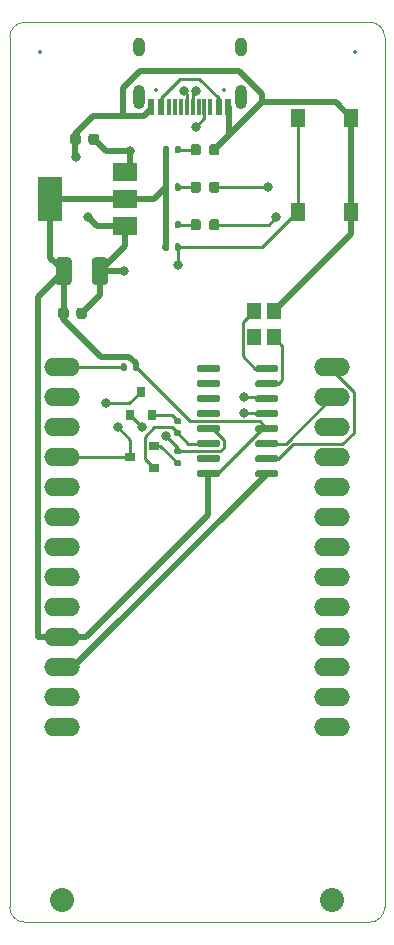
<source format=gbr>
%TF.GenerationSoftware,KiCad,Pcbnew,5.1.10-88a1d61d58~88~ubuntu20.04.1*%
%TF.CreationDate,2021-05-28T23:30:33+02:00*%
%TF.ProjectId,wt32-eth01-programmer,77743332-2d65-4746-9830-312d70726f67,rev?*%
%TF.SameCoordinates,Original*%
%TF.FileFunction,Copper,L1,Top*%
%TF.FilePolarity,Positive*%
%FSLAX46Y46*%
G04 Gerber Fmt 4.6, Leading zero omitted, Abs format (unit mm)*
G04 Created by KiCad (PCBNEW 5.1.10-88a1d61d58~88~ubuntu20.04.1) date 2021-05-28 23:30:33*
%MOMM*%
%LPD*%
G01*
G04 APERTURE LIST*
%TA.AperFunction,Profile*%
%ADD10C,0.050000*%
%TD*%
%TA.AperFunction,SMDPad,CuDef*%
%ADD11R,1.300000X1.550000*%
%TD*%
%TA.AperFunction,SMDPad,CuDef*%
%ADD12R,1.200000X1.400000*%
%TD*%
%TA.AperFunction,ComponentPad*%
%ADD13O,3.048000X1.524000*%
%TD*%
%TA.AperFunction,ComponentPad*%
%ADD14C,2.032000*%
%TD*%
%TA.AperFunction,SMDPad,CuDef*%
%ADD15R,2.000000X1.500000*%
%TD*%
%TA.AperFunction,SMDPad,CuDef*%
%ADD16R,2.000000X3.800000*%
%TD*%
%TA.AperFunction,SMDPad,CuDef*%
%ADD17R,0.800000X0.900000*%
%TD*%
%TA.AperFunction,SMDPad,CuDef*%
%ADD18R,0.900000X0.800000*%
%TD*%
%TA.AperFunction,SMDPad,CuDef*%
%ADD19R,0.600000X1.450000*%
%TD*%
%TA.AperFunction,SMDPad,CuDef*%
%ADD20R,0.300000X1.450000*%
%TD*%
%TA.AperFunction,ComponentPad*%
%ADD21O,1.000000X2.100000*%
%TD*%
%TA.AperFunction,ComponentPad*%
%ADD22O,1.000000X1.600000*%
%TD*%
%TA.AperFunction,ViaPad*%
%ADD23C,0.800000*%
%TD*%
%TA.AperFunction,Conductor*%
%ADD24C,0.500000*%
%TD*%
%TA.AperFunction,Conductor*%
%ADD25C,0.250000*%
%TD*%
%ADD26C,0.350000*%
%ADD27O,0.600000X1.700000*%
%ADD28O,0.600000X1.200000*%
G04 APERTURE END LIST*
D10*
X50800000Y-45720000D02*
G75*
G02*
X52070000Y-44450000I1270000J0D01*
G01*
X52070000Y-120650000D02*
G75*
G02*
X50800000Y-119380000I0J1270000D01*
G01*
X82550000Y-119380000D02*
G75*
G02*
X81280000Y-120650000I-1270000J0D01*
G01*
X81280000Y-44450000D02*
G75*
G02*
X82550000Y-45720000I0J-1270000D01*
G01*
X50800000Y-45720000D02*
X50800000Y-119380000D01*
X81280000Y-44450000D02*
X52070000Y-44450000D01*
X82550000Y-119380000D02*
X82550000Y-45720000D01*
X52070000Y-120650000D02*
X81280000Y-120650000D01*
D11*
%TO.P,SW1,2*%
%TO.N,RST*%
X75220000Y-60490000D03*
%TO.P,SW1,1*%
%TO.N,GND*%
X79720000Y-60490000D03*
X79720000Y-52540000D03*
%TO.P,SW1,2*%
%TO.N,RST*%
X75220000Y-52540000D03*
%TD*%
D12*
%TO.P,Y1,4*%
%TO.N,N/C*%
X71452000Y-71120000D03*
%TO.P,Y1,3*%
%TO.N,Net-(U2-Pad8)*%
X71452000Y-68920000D03*
%TO.P,Y1,2*%
%TO.N,GND*%
X73152000Y-68920000D03*
%TO.P,Y1,1*%
%TO.N,Net-(U2-Pad7)*%
X73152000Y-71120000D03*
%TD*%
D13*
%TO.P,U3,14*%
%TO.N,Net-(U3-Pad14)*%
X78105000Y-104140000D03*
%TO.P,U3,26*%
%TO.N,TX*%
X78105000Y-73660000D03*
%TO.P,U3,25*%
%TO.N,RX*%
X78105000Y-76200000D03*
%TO.P,U3,24*%
%TO.N,I00*%
X78105000Y-78740000D03*
%TO.P,U3,23*%
%TO.N,Net-(U3-Pad23)*%
X78105000Y-81280000D03*
%TO.P,U3,22*%
%TO.N,Net-(U3-Pad22)*%
X78105000Y-83820000D03*
%TO.P,U3,21*%
%TO.N,Net-(U3-Pad21)*%
X78105000Y-86360000D03*
%TO.P,U3,20*%
%TO.N,Net-(U3-Pad20)*%
X78105000Y-88900000D03*
%TO.P,U3,19*%
%TO.N,Net-(U3-Pad19)*%
X78105000Y-91440000D03*
%TO.P,U3,18*%
%TO.N,Net-(U3-Pad18)*%
X78105000Y-93980000D03*
%TO.P,U3,17*%
%TO.N,Net-(U3-Pad17)*%
X78105000Y-96520000D03*
%TO.P,U3,16*%
%TO.N,Net-(U3-Pad16)*%
X78105000Y-99060000D03*
%TO.P,U3,15*%
%TO.N,IO2*%
X78105000Y-101600000D03*
%TO.P,U3,13*%
%TO.N,Net-(U3-Pad13)*%
X55245000Y-104140000D03*
%TO.P,U3,12*%
%TO.N,Net-(U3-Pad12)*%
X55245000Y-101600000D03*
%TO.P,U3,11*%
%TO.N,GND*%
X55245000Y-99060000D03*
%TO.P,U3,10*%
%TO.N,+3V3*%
X55245000Y-96520000D03*
%TO.P,U3,9*%
%TO.N,Net-(U3-Pad9)*%
X55245000Y-93980000D03*
%TO.P,U3,8*%
%TO.N,Net-(U3-Pad8)*%
X55245000Y-91440000D03*
%TO.P,U3,7*%
%TO.N,Net-(U3-Pad7)*%
X55245000Y-88900000D03*
%TO.P,U3,6*%
%TO.N,Net-(U3-Pad6)*%
X55245000Y-86360000D03*
%TO.P,U3,5*%
%TO.N,Net-(U3-Pad5)*%
X55245000Y-83820000D03*
%TO.P,U3,4*%
%TO.N,RST*%
X55245000Y-81280000D03*
%TO.P,U3,3*%
%TO.N,Net-(U3-Pad3)*%
X55245000Y-78740000D03*
%TO.P,U3,2*%
%TO.N,Net-(U3-Pad2)*%
X55245000Y-76200000D03*
%TO.P,U3,1*%
%TO.N,CHPD*%
X55245000Y-73660000D03*
D14*
%TO.P,U3,*%
%TO.N,*%
X78105000Y-118745000D03*
X55245000Y-118745000D03*
%TD*%
%TO.P,U2,16*%
%TO.N,+3V3*%
%TA.AperFunction,SMDPad,CuDef*%
G36*
G01*
X68604000Y-82527000D02*
X68604000Y-82827000D01*
G75*
G02*
X68454000Y-82977000I-150000J0D01*
G01*
X66804000Y-82977000D01*
G75*
G02*
X66654000Y-82827000I0J150000D01*
G01*
X66654000Y-82527000D01*
G75*
G02*
X66804000Y-82377000I150000J0D01*
G01*
X68454000Y-82377000D01*
G75*
G02*
X68604000Y-82527000I0J-150000D01*
G01*
G37*
%TD.AperFunction*%
%TO.P,U2,15*%
%TO.N,Net-(U2-Pad15)*%
%TA.AperFunction,SMDPad,CuDef*%
G36*
G01*
X68604000Y-81257000D02*
X68604000Y-81557000D01*
G75*
G02*
X68454000Y-81707000I-150000J0D01*
G01*
X66804000Y-81707000D01*
G75*
G02*
X66654000Y-81557000I0J150000D01*
G01*
X66654000Y-81257000D01*
G75*
G02*
X66804000Y-81107000I150000J0D01*
G01*
X68454000Y-81107000D01*
G75*
G02*
X68604000Y-81257000I0J-150000D01*
G01*
G37*
%TD.AperFunction*%
%TO.P,U2,14*%
%TO.N,RTS*%
%TA.AperFunction,SMDPad,CuDef*%
G36*
G01*
X68604000Y-79987000D02*
X68604000Y-80287000D01*
G75*
G02*
X68454000Y-80437000I-150000J0D01*
G01*
X66804000Y-80437000D01*
G75*
G02*
X66654000Y-80287000I0J150000D01*
G01*
X66654000Y-79987000D01*
G75*
G02*
X66804000Y-79837000I150000J0D01*
G01*
X68454000Y-79837000D01*
G75*
G02*
X68604000Y-79987000I0J-150000D01*
G01*
G37*
%TD.AperFunction*%
%TO.P,U2,13*%
%TO.N,DTR*%
%TA.AperFunction,SMDPad,CuDef*%
G36*
G01*
X68604000Y-78717000D02*
X68604000Y-79017000D01*
G75*
G02*
X68454000Y-79167000I-150000J0D01*
G01*
X66804000Y-79167000D01*
G75*
G02*
X66654000Y-79017000I0J150000D01*
G01*
X66654000Y-78717000D01*
G75*
G02*
X66804000Y-78567000I150000J0D01*
G01*
X68454000Y-78567000D01*
G75*
G02*
X68604000Y-78717000I0J-150000D01*
G01*
G37*
%TD.AperFunction*%
%TO.P,U2,12*%
%TO.N,Net-(U2-Pad12)*%
%TA.AperFunction,SMDPad,CuDef*%
G36*
G01*
X68604000Y-77447000D02*
X68604000Y-77747000D01*
G75*
G02*
X68454000Y-77897000I-150000J0D01*
G01*
X66804000Y-77897000D01*
G75*
G02*
X66654000Y-77747000I0J150000D01*
G01*
X66654000Y-77447000D01*
G75*
G02*
X66804000Y-77297000I150000J0D01*
G01*
X68454000Y-77297000D01*
G75*
G02*
X68604000Y-77447000I0J-150000D01*
G01*
G37*
%TD.AperFunction*%
%TO.P,U2,11*%
%TO.N,Net-(U2-Pad11)*%
%TA.AperFunction,SMDPad,CuDef*%
G36*
G01*
X68604000Y-76177000D02*
X68604000Y-76477000D01*
G75*
G02*
X68454000Y-76627000I-150000J0D01*
G01*
X66804000Y-76627000D01*
G75*
G02*
X66654000Y-76477000I0J150000D01*
G01*
X66654000Y-76177000D01*
G75*
G02*
X66804000Y-76027000I150000J0D01*
G01*
X68454000Y-76027000D01*
G75*
G02*
X68604000Y-76177000I0J-150000D01*
G01*
G37*
%TD.AperFunction*%
%TO.P,U2,10*%
%TO.N,Net-(U2-Pad10)*%
%TA.AperFunction,SMDPad,CuDef*%
G36*
G01*
X68604000Y-74907000D02*
X68604000Y-75207000D01*
G75*
G02*
X68454000Y-75357000I-150000J0D01*
G01*
X66804000Y-75357000D01*
G75*
G02*
X66654000Y-75207000I0J150000D01*
G01*
X66654000Y-74907000D01*
G75*
G02*
X66804000Y-74757000I150000J0D01*
G01*
X68454000Y-74757000D01*
G75*
G02*
X68604000Y-74907000I0J-150000D01*
G01*
G37*
%TD.AperFunction*%
%TO.P,U2,9*%
%TO.N,Net-(U2-Pad9)*%
%TA.AperFunction,SMDPad,CuDef*%
G36*
G01*
X68604000Y-73637000D02*
X68604000Y-73937000D01*
G75*
G02*
X68454000Y-74087000I-150000J0D01*
G01*
X66804000Y-74087000D01*
G75*
G02*
X66654000Y-73937000I0J150000D01*
G01*
X66654000Y-73637000D01*
G75*
G02*
X66804000Y-73487000I150000J0D01*
G01*
X68454000Y-73487000D01*
G75*
G02*
X68604000Y-73637000I0J-150000D01*
G01*
G37*
%TD.AperFunction*%
%TO.P,U2,8*%
%TO.N,Net-(U2-Pad8)*%
%TA.AperFunction,SMDPad,CuDef*%
G36*
G01*
X73554000Y-73637000D02*
X73554000Y-73937000D01*
G75*
G02*
X73404000Y-74087000I-150000J0D01*
G01*
X71754000Y-74087000D01*
G75*
G02*
X71604000Y-73937000I0J150000D01*
G01*
X71604000Y-73637000D01*
G75*
G02*
X71754000Y-73487000I150000J0D01*
G01*
X73404000Y-73487000D01*
G75*
G02*
X73554000Y-73637000I0J-150000D01*
G01*
G37*
%TD.AperFunction*%
%TO.P,U2,7*%
%TO.N,Net-(U2-Pad7)*%
%TA.AperFunction,SMDPad,CuDef*%
G36*
G01*
X73554000Y-74907000D02*
X73554000Y-75207000D01*
G75*
G02*
X73404000Y-75357000I-150000J0D01*
G01*
X71754000Y-75357000D01*
G75*
G02*
X71604000Y-75207000I0J150000D01*
G01*
X71604000Y-74907000D01*
G75*
G02*
X71754000Y-74757000I150000J0D01*
G01*
X73404000Y-74757000D01*
G75*
G02*
X73554000Y-74907000I0J-150000D01*
G01*
G37*
%TD.AperFunction*%
%TO.P,U2,6*%
%TO.N,D-*%
%TA.AperFunction,SMDPad,CuDef*%
G36*
G01*
X73554000Y-76177000D02*
X73554000Y-76477000D01*
G75*
G02*
X73404000Y-76627000I-150000J0D01*
G01*
X71754000Y-76627000D01*
G75*
G02*
X71604000Y-76477000I0J150000D01*
G01*
X71604000Y-76177000D01*
G75*
G02*
X71754000Y-76027000I150000J0D01*
G01*
X73404000Y-76027000D01*
G75*
G02*
X73554000Y-76177000I0J-150000D01*
G01*
G37*
%TD.AperFunction*%
%TO.P,U2,5*%
%TO.N,D+*%
%TA.AperFunction,SMDPad,CuDef*%
G36*
G01*
X73554000Y-77447000D02*
X73554000Y-77747000D01*
G75*
G02*
X73404000Y-77897000I-150000J0D01*
G01*
X71754000Y-77897000D01*
G75*
G02*
X71604000Y-77747000I0J150000D01*
G01*
X71604000Y-77447000D01*
G75*
G02*
X71754000Y-77297000I150000J0D01*
G01*
X73404000Y-77297000D01*
G75*
G02*
X73554000Y-77447000I0J-150000D01*
G01*
G37*
%TD.AperFunction*%
%TO.P,U2,4*%
%TO.N,+3V3*%
%TA.AperFunction,SMDPad,CuDef*%
G36*
G01*
X73554000Y-78717000D02*
X73554000Y-79017000D01*
G75*
G02*
X73404000Y-79167000I-150000J0D01*
G01*
X71754000Y-79167000D01*
G75*
G02*
X71604000Y-79017000I0J150000D01*
G01*
X71604000Y-78717000D01*
G75*
G02*
X71754000Y-78567000I150000J0D01*
G01*
X73404000Y-78567000D01*
G75*
G02*
X73554000Y-78717000I0J-150000D01*
G01*
G37*
%TD.AperFunction*%
%TO.P,U2,3*%
%TO.N,RX*%
%TA.AperFunction,SMDPad,CuDef*%
G36*
G01*
X73554000Y-79987000D02*
X73554000Y-80287000D01*
G75*
G02*
X73404000Y-80437000I-150000J0D01*
G01*
X71754000Y-80437000D01*
G75*
G02*
X71604000Y-80287000I0J150000D01*
G01*
X71604000Y-79987000D01*
G75*
G02*
X71754000Y-79837000I150000J0D01*
G01*
X73404000Y-79837000D01*
G75*
G02*
X73554000Y-79987000I0J-150000D01*
G01*
G37*
%TD.AperFunction*%
%TO.P,U2,2*%
%TO.N,TX*%
%TA.AperFunction,SMDPad,CuDef*%
G36*
G01*
X73554000Y-81257000D02*
X73554000Y-81557000D01*
G75*
G02*
X73404000Y-81707000I-150000J0D01*
G01*
X71754000Y-81707000D01*
G75*
G02*
X71604000Y-81557000I0J150000D01*
G01*
X71604000Y-81257000D01*
G75*
G02*
X71754000Y-81107000I150000J0D01*
G01*
X73404000Y-81107000D01*
G75*
G02*
X73554000Y-81257000I0J-150000D01*
G01*
G37*
%TD.AperFunction*%
%TO.P,U2,1*%
%TO.N,GND*%
%TA.AperFunction,SMDPad,CuDef*%
G36*
G01*
X73554000Y-82527000D02*
X73554000Y-82827000D01*
G75*
G02*
X73404000Y-82977000I-150000J0D01*
G01*
X71754000Y-82977000D01*
G75*
G02*
X71604000Y-82827000I0J150000D01*
G01*
X71604000Y-82527000D01*
G75*
G02*
X71754000Y-82377000I150000J0D01*
G01*
X73404000Y-82377000D01*
G75*
G02*
X73554000Y-82527000I0J-150000D01*
G01*
G37*
%TD.AperFunction*%
%TD*%
D15*
%TO.P,U1,1*%
%TO.N,GND*%
X60554000Y-61736000D03*
%TO.P,U1,3*%
%TO.N,+5V*%
X60554000Y-57136000D03*
%TO.P,U1,2*%
%TO.N,+3V3*%
X60554000Y-59436000D03*
D16*
X54254000Y-59436000D03*
%TD*%
%TO.P,R7,2*%
%TO.N,RTS*%
%TA.AperFunction,SMDPad,CuDef*%
G36*
G01*
X64839000Y-78982000D02*
X65209000Y-78982000D01*
G75*
G02*
X65344000Y-79117000I0J-135000D01*
G01*
X65344000Y-79387000D01*
G75*
G02*
X65209000Y-79522000I-135000J0D01*
G01*
X64839000Y-79522000D01*
G75*
G02*
X64704000Y-79387000I0J135000D01*
G01*
X64704000Y-79117000D01*
G75*
G02*
X64839000Y-78982000I135000J0D01*
G01*
G37*
%TD.AperFunction*%
%TO.P,R7,1*%
%TO.N,Net-(Q2-Pad2)*%
%TA.AperFunction,SMDPad,CuDef*%
G36*
G01*
X64839000Y-77962000D02*
X65209000Y-77962000D01*
G75*
G02*
X65344000Y-78097000I0J-135000D01*
G01*
X65344000Y-78367000D01*
G75*
G02*
X65209000Y-78502000I-135000J0D01*
G01*
X64839000Y-78502000D01*
G75*
G02*
X64704000Y-78367000I0J135000D01*
G01*
X64704000Y-78097000D01*
G75*
G02*
X64839000Y-77962000I135000J0D01*
G01*
G37*
%TD.AperFunction*%
%TD*%
%TO.P,R6,2*%
%TO.N,DTR*%
%TA.AperFunction,SMDPad,CuDef*%
G36*
G01*
X65209000Y-81038000D02*
X64839000Y-81038000D01*
G75*
G02*
X64704000Y-80903000I0J135000D01*
G01*
X64704000Y-80633000D01*
G75*
G02*
X64839000Y-80498000I135000J0D01*
G01*
X65209000Y-80498000D01*
G75*
G02*
X65344000Y-80633000I0J-135000D01*
G01*
X65344000Y-80903000D01*
G75*
G02*
X65209000Y-81038000I-135000J0D01*
G01*
G37*
%TD.AperFunction*%
%TO.P,R6,1*%
%TO.N,Net-(Q1-Pad2)*%
%TA.AperFunction,SMDPad,CuDef*%
G36*
G01*
X65209000Y-82058000D02*
X64839000Y-82058000D01*
G75*
G02*
X64704000Y-81923000I0J135000D01*
G01*
X64704000Y-81653000D01*
G75*
G02*
X64839000Y-81518000I135000J0D01*
G01*
X65209000Y-81518000D01*
G75*
G02*
X65344000Y-81653000I0J-135000D01*
G01*
X65344000Y-81923000D01*
G75*
G02*
X65209000Y-82058000I-135000J0D01*
G01*
G37*
%TD.AperFunction*%
%TD*%
%TO.P,R5,2*%
%TO.N,+3V3*%
%TA.AperFunction,SMDPad,CuDef*%
G36*
G01*
X64274000Y-63315000D02*
X64274000Y-63685000D01*
G75*
G02*
X64139000Y-63820000I-135000J0D01*
G01*
X63869000Y-63820000D01*
G75*
G02*
X63734000Y-63685000I0J135000D01*
G01*
X63734000Y-63315000D01*
G75*
G02*
X63869000Y-63180000I135000J0D01*
G01*
X64139000Y-63180000D01*
G75*
G02*
X64274000Y-63315000I0J-135000D01*
G01*
G37*
%TD.AperFunction*%
%TO.P,R5,1*%
%TO.N,RST*%
%TA.AperFunction,SMDPad,CuDef*%
G36*
G01*
X65294000Y-63315000D02*
X65294000Y-63685000D01*
G75*
G02*
X65159000Y-63820000I-135000J0D01*
G01*
X64889000Y-63820000D01*
G75*
G02*
X64754000Y-63685000I0J135000D01*
G01*
X64754000Y-63315000D01*
G75*
G02*
X64889000Y-63180000I135000J0D01*
G01*
X65159000Y-63180000D01*
G75*
G02*
X65294000Y-63315000I0J-135000D01*
G01*
G37*
%TD.AperFunction*%
%TD*%
%TO.P,R4,2*%
%TO.N,CHPD*%
%TA.AperFunction,SMDPad,CuDef*%
G36*
G01*
X60722000Y-73475000D02*
X60722000Y-73845000D01*
G75*
G02*
X60587000Y-73980000I-135000J0D01*
G01*
X60317000Y-73980000D01*
G75*
G02*
X60182000Y-73845000I0J135000D01*
G01*
X60182000Y-73475000D01*
G75*
G02*
X60317000Y-73340000I135000J0D01*
G01*
X60587000Y-73340000D01*
G75*
G02*
X60722000Y-73475000I0J-135000D01*
G01*
G37*
%TD.AperFunction*%
%TO.P,R4,1*%
%TO.N,+3V3*%
%TA.AperFunction,SMDPad,CuDef*%
G36*
G01*
X61742000Y-73475000D02*
X61742000Y-73845000D01*
G75*
G02*
X61607000Y-73980000I-135000J0D01*
G01*
X61337000Y-73980000D01*
G75*
G02*
X61202000Y-73845000I0J135000D01*
G01*
X61202000Y-73475000D01*
G75*
G02*
X61337000Y-73340000I135000J0D01*
G01*
X61607000Y-73340000D01*
G75*
G02*
X61742000Y-73475000I0J-135000D01*
G01*
G37*
%TD.AperFunction*%
%TD*%
%TO.P,R3,2*%
%TO.N,Net-(D3-Pad2)*%
%TA.AperFunction,SMDPad,CuDef*%
G36*
G01*
X64758000Y-61780000D02*
X64758000Y-61410000D01*
G75*
G02*
X64893000Y-61275000I135000J0D01*
G01*
X65163000Y-61275000D01*
G75*
G02*
X65298000Y-61410000I0J-135000D01*
G01*
X65298000Y-61780000D01*
G75*
G02*
X65163000Y-61915000I-135000J0D01*
G01*
X64893000Y-61915000D01*
G75*
G02*
X64758000Y-61780000I0J135000D01*
G01*
G37*
%TD.AperFunction*%
%TO.P,R3,1*%
%TO.N,+3V3*%
%TA.AperFunction,SMDPad,CuDef*%
G36*
G01*
X63738000Y-61780000D02*
X63738000Y-61410000D01*
G75*
G02*
X63873000Y-61275000I135000J0D01*
G01*
X64143000Y-61275000D01*
G75*
G02*
X64278000Y-61410000I0J-135000D01*
G01*
X64278000Y-61780000D01*
G75*
G02*
X64143000Y-61915000I-135000J0D01*
G01*
X63873000Y-61915000D01*
G75*
G02*
X63738000Y-61780000I0J135000D01*
G01*
G37*
%TD.AperFunction*%
%TD*%
%TO.P,R2,2*%
%TO.N,Net-(D2-Pad2)*%
%TA.AperFunction,SMDPad,CuDef*%
G36*
G01*
X64758000Y-58605000D02*
X64758000Y-58235000D01*
G75*
G02*
X64893000Y-58100000I135000J0D01*
G01*
X65163000Y-58100000D01*
G75*
G02*
X65298000Y-58235000I0J-135000D01*
G01*
X65298000Y-58605000D01*
G75*
G02*
X65163000Y-58740000I-135000J0D01*
G01*
X64893000Y-58740000D01*
G75*
G02*
X64758000Y-58605000I0J135000D01*
G01*
G37*
%TD.AperFunction*%
%TO.P,R2,1*%
%TO.N,+3V3*%
%TA.AperFunction,SMDPad,CuDef*%
G36*
G01*
X63738000Y-58605000D02*
X63738000Y-58235000D01*
G75*
G02*
X63873000Y-58100000I135000J0D01*
G01*
X64143000Y-58100000D01*
G75*
G02*
X64278000Y-58235000I0J-135000D01*
G01*
X64278000Y-58605000D01*
G75*
G02*
X64143000Y-58740000I-135000J0D01*
G01*
X63873000Y-58740000D01*
G75*
G02*
X63738000Y-58605000I0J135000D01*
G01*
G37*
%TD.AperFunction*%
%TD*%
%TO.P,R1,2*%
%TO.N,Net-(D1-Pad2)*%
%TA.AperFunction,SMDPad,CuDef*%
G36*
G01*
X64758000Y-55430000D02*
X64758000Y-55060000D01*
G75*
G02*
X64893000Y-54925000I135000J0D01*
G01*
X65163000Y-54925000D01*
G75*
G02*
X65298000Y-55060000I0J-135000D01*
G01*
X65298000Y-55430000D01*
G75*
G02*
X65163000Y-55565000I-135000J0D01*
G01*
X64893000Y-55565000D01*
G75*
G02*
X64758000Y-55430000I0J135000D01*
G01*
G37*
%TD.AperFunction*%
%TO.P,R1,1*%
%TO.N,+3V3*%
%TA.AperFunction,SMDPad,CuDef*%
G36*
G01*
X63738000Y-55430000D02*
X63738000Y-55060000D01*
G75*
G02*
X63873000Y-54925000I135000J0D01*
G01*
X64143000Y-54925000D01*
G75*
G02*
X64278000Y-55060000I0J-135000D01*
G01*
X64278000Y-55430000D01*
G75*
G02*
X64143000Y-55565000I-135000J0D01*
G01*
X63873000Y-55565000D01*
G75*
G02*
X63738000Y-55430000I0J135000D01*
G01*
G37*
%TD.AperFunction*%
%TD*%
D17*
%TO.P,Q2,3*%
%TO.N,DTR*%
X61910000Y-75724000D03*
%TO.P,Q2,2*%
%TO.N,Net-(Q2-Pad2)*%
X62860000Y-77724000D03*
%TO.P,Q2,1*%
%TO.N,I00*%
X60960000Y-77724000D03*
%TD*%
D18*
%TO.P,Q1,3*%
%TO.N,RST*%
X60992000Y-81280000D03*
%TO.P,Q1,2*%
%TO.N,Net-(Q1-Pad2)*%
X62992000Y-80330000D03*
%TO.P,Q1,1*%
%TO.N,RTS*%
X62992000Y-82230000D03*
%TD*%
D19*
%TO.P,J1,B1*%
%TO.N,GND*%
X62790000Y-51670000D03*
%TO.P,J1,A9*%
%TO.N,Net-(J1-PadA4)*%
X63590000Y-51670000D03*
%TO.P,J1,B9*%
X68490000Y-51670000D03*
%TO.P,J1,B12*%
%TO.N,GND*%
X69290000Y-51670000D03*
%TO.P,J1,A1*%
X69290000Y-51670000D03*
%TO.P,J1,A4*%
%TO.N,Net-(J1-PadA4)*%
X68490000Y-51670000D03*
%TO.P,J1,B4*%
X63590000Y-51670000D03*
%TO.P,J1,A12*%
%TO.N,GND*%
X62790000Y-51670000D03*
D20*
%TO.P,J1,B8*%
%TO.N,Net-(J1-PadB8)*%
X67790000Y-51670000D03*
%TO.P,J1,A5*%
%TO.N,+5V*%
X67290000Y-51670000D03*
%TO.P,J1,B7*%
%TO.N,Net-(J1-PadB7)*%
X66790000Y-51670000D03*
%TO.P,J1,A7*%
%TO.N,D-*%
X65790000Y-51670000D03*
%TO.P,J1,B6*%
%TO.N,Net-(J1-PadB6)*%
X65290000Y-51670000D03*
%TO.P,J1,A8*%
%TO.N,Net-(J1-PadA8)*%
X64790000Y-51670000D03*
%TO.P,J1,B5*%
%TO.N,Net-(J1-PadB5)*%
X64290000Y-51670000D03*
%TO.P,J1,A6*%
%TO.N,D+*%
X66290000Y-51670000D03*
D21*
%TO.P,J1,S1*%
%TO.N,Net-(J1-PadS1)*%
X61720000Y-50755000D03*
X70360000Y-50755000D03*
D22*
X70360000Y-46575000D03*
X61720000Y-46575000D03*
%TD*%
%TO.P,D3,2*%
%TO.N,Net-(D3-Pad2)*%
%TA.AperFunction,SMDPad,CuDef*%
G36*
G01*
X66985500Y-61338750D02*
X66985500Y-61851250D01*
G75*
G02*
X66766750Y-62070000I-218750J0D01*
G01*
X66329250Y-62070000D01*
G75*
G02*
X66110500Y-61851250I0J218750D01*
G01*
X66110500Y-61338750D01*
G75*
G02*
X66329250Y-61120000I218750J0D01*
G01*
X66766750Y-61120000D01*
G75*
G02*
X66985500Y-61338750I0J-218750D01*
G01*
G37*
%TD.AperFunction*%
%TO.P,D3,1*%
%TO.N,RX*%
%TA.AperFunction,SMDPad,CuDef*%
G36*
G01*
X68560500Y-61338750D02*
X68560500Y-61851250D01*
G75*
G02*
X68341750Y-62070000I-218750J0D01*
G01*
X67904250Y-62070000D01*
G75*
G02*
X67685500Y-61851250I0J218750D01*
G01*
X67685500Y-61338750D01*
G75*
G02*
X67904250Y-61120000I218750J0D01*
G01*
X68341750Y-61120000D01*
G75*
G02*
X68560500Y-61338750I0J-218750D01*
G01*
G37*
%TD.AperFunction*%
%TD*%
%TO.P,D2,2*%
%TO.N,Net-(D2-Pad2)*%
%TA.AperFunction,SMDPad,CuDef*%
G36*
G01*
X66985500Y-58163750D02*
X66985500Y-58676250D01*
G75*
G02*
X66766750Y-58895000I-218750J0D01*
G01*
X66329250Y-58895000D01*
G75*
G02*
X66110500Y-58676250I0J218750D01*
G01*
X66110500Y-58163750D01*
G75*
G02*
X66329250Y-57945000I218750J0D01*
G01*
X66766750Y-57945000D01*
G75*
G02*
X66985500Y-58163750I0J-218750D01*
G01*
G37*
%TD.AperFunction*%
%TO.P,D2,1*%
%TO.N,TX*%
%TA.AperFunction,SMDPad,CuDef*%
G36*
G01*
X68560500Y-58163750D02*
X68560500Y-58676250D01*
G75*
G02*
X68341750Y-58895000I-218750J0D01*
G01*
X67904250Y-58895000D01*
G75*
G02*
X67685500Y-58676250I0J218750D01*
G01*
X67685500Y-58163750D01*
G75*
G02*
X67904250Y-57945000I218750J0D01*
G01*
X68341750Y-57945000D01*
G75*
G02*
X68560500Y-58163750I0J-218750D01*
G01*
G37*
%TD.AperFunction*%
%TD*%
%TO.P,D1,2*%
%TO.N,Net-(D1-Pad2)*%
%TA.AperFunction,SMDPad,CuDef*%
G36*
G01*
X66985500Y-54988750D02*
X66985500Y-55501250D01*
G75*
G02*
X66766750Y-55720000I-218750J0D01*
G01*
X66329250Y-55720000D01*
G75*
G02*
X66110500Y-55501250I0J218750D01*
G01*
X66110500Y-54988750D01*
G75*
G02*
X66329250Y-54770000I218750J0D01*
G01*
X66766750Y-54770000D01*
G75*
G02*
X66985500Y-54988750I0J-218750D01*
G01*
G37*
%TD.AperFunction*%
%TO.P,D1,1*%
%TO.N,GND*%
%TA.AperFunction,SMDPad,CuDef*%
G36*
G01*
X68560500Y-54988750D02*
X68560500Y-55501250D01*
G75*
G02*
X68341750Y-55720000I-218750J0D01*
G01*
X67904250Y-55720000D01*
G75*
G02*
X67685500Y-55501250I0J218750D01*
G01*
X67685500Y-54988750D01*
G75*
G02*
X67904250Y-54770000I218750J0D01*
G01*
X68341750Y-54770000D01*
G75*
G02*
X68560500Y-54988750I0J-218750D01*
G01*
G37*
%TD.AperFunction*%
%TD*%
%TO.P,C3,2*%
%TO.N,GND*%
%TA.AperFunction,SMDPad,CuDef*%
G36*
G01*
X56446000Y-69338000D02*
X56446000Y-68838000D01*
G75*
G02*
X56671000Y-68613000I225000J0D01*
G01*
X57121000Y-68613000D01*
G75*
G02*
X57346000Y-68838000I0J-225000D01*
G01*
X57346000Y-69338000D01*
G75*
G02*
X57121000Y-69563000I-225000J0D01*
G01*
X56671000Y-69563000D01*
G75*
G02*
X56446000Y-69338000I0J225000D01*
G01*
G37*
%TD.AperFunction*%
%TO.P,C3,1*%
%TO.N,+3V3*%
%TA.AperFunction,SMDPad,CuDef*%
G36*
G01*
X54896000Y-69338000D02*
X54896000Y-68838000D01*
G75*
G02*
X55121000Y-68613000I225000J0D01*
G01*
X55571000Y-68613000D01*
G75*
G02*
X55796000Y-68838000I0J-225000D01*
G01*
X55796000Y-69338000D01*
G75*
G02*
X55571000Y-69563000I-225000J0D01*
G01*
X55121000Y-69563000D01*
G75*
G02*
X54896000Y-69338000I0J225000D01*
G01*
G37*
%TD.AperFunction*%
%TD*%
%TO.P,C2,2*%
%TO.N,GND*%
%TA.AperFunction,SMDPad,CuDef*%
G36*
G01*
X57784500Y-66457003D02*
X57784500Y-64606997D01*
G75*
G02*
X58034497Y-64357000I249997J0D01*
G01*
X58859503Y-64357000D01*
G75*
G02*
X59109500Y-64606997I0J-249997D01*
G01*
X59109500Y-66457003D01*
G75*
G02*
X58859503Y-66707000I-249997J0D01*
G01*
X58034497Y-66707000D01*
G75*
G02*
X57784500Y-66457003I0J249997D01*
G01*
G37*
%TD.AperFunction*%
%TO.P,C2,1*%
%TO.N,+3V3*%
%TA.AperFunction,SMDPad,CuDef*%
G36*
G01*
X54709500Y-66457003D02*
X54709500Y-64606997D01*
G75*
G02*
X54959497Y-64357000I249997J0D01*
G01*
X55784503Y-64357000D01*
G75*
G02*
X56034500Y-64606997I0J-249997D01*
G01*
X56034500Y-66457003D01*
G75*
G02*
X55784503Y-66707000I-249997J0D01*
G01*
X54959497Y-66707000D01*
G75*
G02*
X54709500Y-66457003I0J249997D01*
G01*
G37*
%TD.AperFunction*%
%TD*%
%TO.P,C1,2*%
%TO.N,GND*%
%TA.AperFunction,SMDPad,CuDef*%
G36*
G01*
X56812000Y-54106000D02*
X56812000Y-54606000D01*
G75*
G02*
X56587000Y-54831000I-225000J0D01*
G01*
X56137000Y-54831000D01*
G75*
G02*
X55912000Y-54606000I0J225000D01*
G01*
X55912000Y-54106000D01*
G75*
G02*
X56137000Y-53881000I225000J0D01*
G01*
X56587000Y-53881000D01*
G75*
G02*
X56812000Y-54106000I0J-225000D01*
G01*
G37*
%TD.AperFunction*%
%TO.P,C1,1*%
%TO.N,+5V*%
%TA.AperFunction,SMDPad,CuDef*%
G36*
G01*
X58362000Y-54106000D02*
X58362000Y-54606000D01*
G75*
G02*
X58137000Y-54831000I-225000J0D01*
G01*
X57687000Y-54831000D01*
G75*
G02*
X57462000Y-54606000I0J225000D01*
G01*
X57462000Y-54106000D01*
G75*
G02*
X57687000Y-53881000I225000J0D01*
G01*
X58137000Y-53881000D01*
G75*
G02*
X58362000Y-54106000I0J-225000D01*
G01*
G37*
%TD.AperFunction*%
%TD*%
D23*
%TO.N,GND*%
X57404000Y-60960000D03*
X56388000Y-55880000D03*
X60452000Y-65532000D03*
%TO.N,+5V*%
X60960000Y-55372000D03*
X66548000Y-53340000D03*
%TO.N,TX*%
X72644000Y-58420000D03*
%TO.N,RX*%
X73369000Y-60960000D03*
%TO.N,D-*%
X65532000Y-50292000D03*
X70612000Y-76200000D03*
%TO.N,D+*%
X66575239Y-50309933D03*
X70612000Y-77516990D03*
%TO.N,RST*%
X59944000Y-78740000D03*
X65024000Y-65024000D03*
%TO.N,DTR*%
X64008000Y-79465000D03*
X58928000Y-76708000D03*
%TO.N,I00*%
X61976000Y-78740000D03*
%TD*%
D24*
%TO.N,GND*%
X79720000Y-52540000D02*
X79720000Y-60490000D01*
X60554000Y-63425000D02*
X58447000Y-65532000D01*
X60554000Y-61736000D02*
X60554000Y-63425000D01*
X58447000Y-67537000D02*
X56896000Y-69088000D01*
X58447000Y-65532000D02*
X58447000Y-67537000D01*
X56196000Y-99060000D02*
X72579000Y-82677000D01*
X55245000Y-99060000D02*
X56196000Y-99060000D01*
X79720000Y-62352000D02*
X73152000Y-68920000D01*
X79720000Y-60490000D02*
X79720000Y-62352000D01*
X58180000Y-61736000D02*
X57404000Y-60960000D01*
X60554000Y-61736000D02*
X58180000Y-61736000D01*
X62154928Y-52355010D02*
X62739999Y-51769939D01*
X56362000Y-53881000D02*
X57887990Y-52355010D01*
X56362000Y-54356000D02*
X56362000Y-53881000D01*
X56388000Y-54382000D02*
X56362000Y-54356000D01*
X56362000Y-55854000D02*
X56388000Y-55880000D01*
X56362000Y-54356000D02*
X56362000Y-55854000D01*
X69340001Y-54027999D02*
X69340001Y-51670000D01*
X68123000Y-55245000D02*
X69340001Y-54027999D01*
X58447000Y-65532000D02*
X60452000Y-65532000D01*
X78394999Y-51214999D02*
X79720000Y-52540000D01*
X72153001Y-51214999D02*
X78394999Y-51214999D01*
X69340001Y-54027999D02*
X72153001Y-51214999D01*
X61839072Y-48600990D02*
X60420990Y-50019072D01*
X70240928Y-48600990D02*
X61839072Y-48600990D01*
X60420990Y-50019072D02*
X60420990Y-52355010D01*
X72153001Y-50513063D02*
X70240928Y-48600990D01*
X72153001Y-51214999D02*
X72153001Y-50513063D01*
X60420990Y-52355010D02*
X62154928Y-52355010D01*
X57887990Y-52355010D02*
X60420990Y-52355010D01*
%TO.N,+5V*%
X57912000Y-54356000D02*
X57912000Y-54494000D01*
D25*
X67290000Y-52598000D02*
X67290000Y-51670000D01*
X66548000Y-53340000D02*
X67290000Y-52598000D01*
D24*
X58928000Y-55372000D02*
X57912000Y-54356000D01*
X60960000Y-55372000D02*
X58928000Y-55372000D01*
X60960000Y-56730000D02*
X60554000Y-57136000D01*
X60960000Y-55372000D02*
X60960000Y-56730000D01*
%TO.N,+3V3*%
X62992000Y-59436000D02*
X64008000Y-58420000D01*
X60554000Y-59436000D02*
X62992000Y-59436000D01*
X60554000Y-59436000D02*
X54254000Y-59436000D01*
X64008000Y-58420000D02*
X64008000Y-55245000D01*
X64008000Y-58420000D02*
X64008000Y-61595000D01*
X54254000Y-64414000D02*
X55372000Y-65532000D01*
X54254000Y-59436000D02*
X54254000Y-64414000D01*
X55372000Y-69062000D02*
X55346000Y-69088000D01*
X55372000Y-65532000D02*
X55372000Y-69062000D01*
X64008000Y-63496000D02*
X64004000Y-63500000D01*
X64008000Y-61595000D02*
X64008000Y-63496000D01*
X72202232Y-78867000D02*
X72579000Y-78867000D01*
D25*
X68392232Y-82677000D02*
X72202232Y-78867000D01*
D24*
X67629000Y-82677000D02*
X68392232Y-82677000D01*
D25*
X71953990Y-78241990D02*
X72579000Y-78867000D01*
X66053990Y-78241990D02*
X71953990Y-78241990D01*
X61472000Y-73660000D02*
X66053990Y-78241990D01*
D24*
X61472000Y-73340000D02*
X61472000Y-73660000D01*
X60921990Y-72789990D02*
X61472000Y-73340000D01*
X58572990Y-72789990D02*
X60921990Y-72789990D01*
X55346000Y-69563000D02*
X58572990Y-72789990D01*
X55346000Y-69088000D02*
X55346000Y-69563000D01*
X57269000Y-96520000D02*
X55245000Y-96520000D01*
X67629000Y-86160000D02*
X57269000Y-96520000D01*
X67629000Y-82677000D02*
X67629000Y-86160000D01*
X53221000Y-96520000D02*
X55245000Y-96520000D01*
X53170990Y-96469990D02*
X53221000Y-96520000D01*
X53170990Y-67733010D02*
X53170990Y-96469990D01*
X55372000Y-65532000D02*
X53170990Y-67733010D01*
D25*
%TO.N,Net-(D1-Pad2)*%
X65028000Y-55245000D02*
X66548000Y-55245000D01*
%TO.N,Net-(D2-Pad2)*%
X65028000Y-58420000D02*
X66548000Y-58420000D01*
%TO.N,TX*%
X68123000Y-58420000D02*
X72644000Y-58420000D01*
X77724000Y-73279000D02*
X78105000Y-73660000D01*
X74768010Y-80192990D02*
X73554000Y-81407000D01*
X73554000Y-81407000D02*
X72579000Y-81407000D01*
X79954010Y-79190254D02*
X78951274Y-80192990D01*
X79954010Y-75749746D02*
X79954010Y-79190254D01*
X78105000Y-73900736D02*
X79954010Y-75749746D01*
X78951274Y-80192990D02*
X74768010Y-80192990D01*
X78105000Y-73660000D02*
X78105000Y-73900736D01*
%TO.N,Net-(D3-Pad2)*%
X65028000Y-61595000D02*
X66548000Y-61595000D01*
%TO.N,RX*%
X74168000Y-80137000D02*
X78105000Y-76200000D01*
X72579000Y-80137000D02*
X74168000Y-80137000D01*
X72734000Y-61595000D02*
X73369000Y-60960000D01*
X68123000Y-61595000D02*
X72734000Y-61595000D01*
%TO.N,Net-(J1-PadA4)*%
X68490000Y-50909998D02*
X68490000Y-51670000D01*
X66856002Y-49276000D02*
X68490000Y-50909998D01*
X65223998Y-49276000D02*
X66856002Y-49276000D01*
X63590000Y-50909998D02*
X65223998Y-49276000D01*
X63590000Y-51670000D02*
X63590000Y-50909998D01*
%TO.N,D-*%
X65790000Y-50550000D02*
X65532000Y-50292000D01*
X65790000Y-51670000D02*
X65790000Y-50550000D01*
X72452000Y-76200000D02*
X72579000Y-76327000D01*
X70612000Y-76200000D02*
X72452000Y-76200000D01*
%TO.N,D+*%
X66290000Y-50595172D02*
X66575239Y-50309933D01*
X66290000Y-51670000D02*
X66290000Y-50595172D01*
X72498990Y-77516990D02*
X72579000Y-77597000D01*
X70612000Y-77516990D02*
X72498990Y-77516990D01*
%TO.N,RST*%
X75220000Y-52540000D02*
X75220000Y-60490000D01*
X75220000Y-60490000D02*
X75146000Y-60490000D01*
X72136000Y-63500000D02*
X65024000Y-63500000D01*
X75146000Y-60490000D02*
X72136000Y-63500000D01*
X55245000Y-81280000D02*
X60992000Y-81280000D01*
X60992000Y-79788000D02*
X59944000Y-78740000D01*
X60992000Y-81280000D02*
X60992000Y-79788000D01*
X65024000Y-65024000D02*
X65024000Y-63500000D01*
%TO.N,RTS*%
X65909000Y-80137000D02*
X67629000Y-80137000D01*
X65024000Y-79252000D02*
X65909000Y-80137000D01*
X64511999Y-78739999D02*
X65024000Y-79252000D01*
X63049003Y-78739999D02*
X64511999Y-78739999D01*
X62216999Y-79572003D02*
X63049003Y-78739999D01*
X62216999Y-81454999D02*
X62216999Y-79572003D01*
X62992000Y-82230000D02*
X62216999Y-81454999D01*
%TO.N,DTR*%
X68005768Y-78867000D02*
X67629000Y-78867000D01*
X68929010Y-80483758D02*
X68929010Y-79790242D01*
X68644768Y-80768000D02*
X68929010Y-80483758D01*
X68929010Y-79790242D02*
X68005768Y-78867000D01*
X65024000Y-80768000D02*
X68644768Y-80768000D01*
X65024000Y-80481000D02*
X64008000Y-79465000D01*
X65024000Y-80768000D02*
X65024000Y-80481000D01*
X60926000Y-76708000D02*
X61910000Y-75724000D01*
X58928000Y-76708000D02*
X60926000Y-76708000D01*
%TO.N,I00*%
X60960000Y-77724000D02*
X61976000Y-78740000D01*
%TO.N,CHPD*%
X55245000Y-73660000D02*
X60452000Y-73660000D01*
%TO.N,Net-(U2-Pad8)*%
X70526999Y-72709999D02*
X70526999Y-69845001D01*
X70526999Y-69845001D02*
X71452000Y-68920000D01*
X71604000Y-73787000D02*
X70526999Y-72709999D01*
X72579000Y-73787000D02*
X71604000Y-73787000D01*
%TO.N,Net-(U2-Pad7)*%
X73554000Y-75057000D02*
X72579000Y-75057000D01*
X73879010Y-74731990D02*
X73554000Y-75057000D01*
X73879010Y-71847010D02*
X73879010Y-74731990D01*
X73152000Y-71120000D02*
X73879010Y-71847010D01*
%TO.N,Net-(Q1-Pad2)*%
X63566000Y-80330000D02*
X65024000Y-81788000D01*
X62992000Y-80330000D02*
X63566000Y-80330000D01*
%TO.N,Net-(Q2-Pad2)*%
X64516000Y-77724000D02*
X65024000Y-78232000D01*
X62860000Y-77724000D02*
X64516000Y-77724000D01*
%TD*%
D26*
X57404000Y-60960000D03*
X56388000Y-55880000D03*
X60452000Y-65532000D03*
X60960000Y-55372000D03*
X66548000Y-53340000D03*
X72644000Y-58420000D03*
X73369000Y-60960000D03*
X65532000Y-50292000D03*
X70612000Y-76200000D03*
X66575239Y-50309933D03*
X70612000Y-77516990D03*
X59944000Y-78740000D03*
X65024000Y-65024000D03*
X64008000Y-79465000D03*
X58928000Y-76708000D03*
X61976000Y-78740000D03*
X53340000Y-46990000D03*
X80010000Y-46990000D03*
X78105000Y-104140000D03*
X78105000Y-73660000D03*
X78105000Y-76200000D03*
X78105000Y-78740000D03*
X78105000Y-81280000D03*
X78105000Y-83820000D03*
X78105000Y-86360000D03*
X78105000Y-88900000D03*
X78105000Y-91440000D03*
X78105000Y-93980000D03*
X78105000Y-96520000D03*
X78105000Y-99060000D03*
X78105000Y-101600000D03*
X55245000Y-104140000D03*
X55245000Y-101600000D03*
X55245000Y-99060000D03*
X55245000Y-96520000D03*
X55245000Y-93980000D03*
X55245000Y-91440000D03*
X55245000Y-88900000D03*
X55245000Y-86360000D03*
X55245000Y-83820000D03*
X55245000Y-81280000D03*
X55245000Y-78740000D03*
X55245000Y-76200000D03*
X55245000Y-73660000D03*
X78105000Y-118745000D03*
X55245000Y-118745000D03*
D27*
X61720000Y-50755000D03*
X70360000Y-50755000D03*
D26*
X68930000Y-50225000D03*
D28*
X70360000Y-46575000D03*
D26*
X63150000Y-50225000D03*
D28*
X61720000Y-46575000D03*
M02*

</source>
